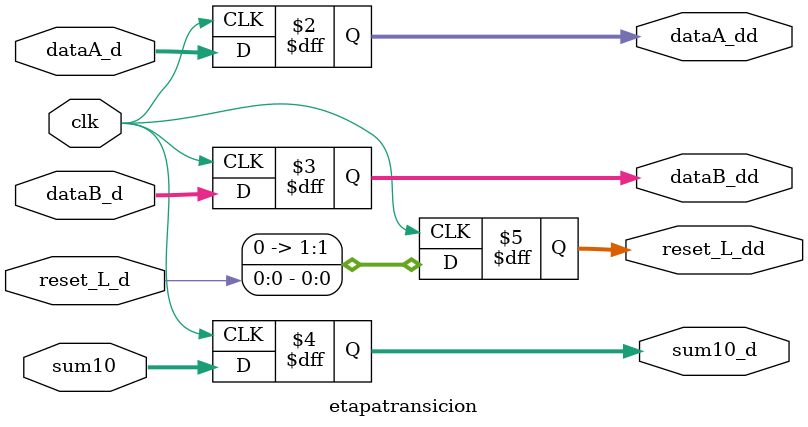
<source format=v>
module etapatransicion(
        input [3:0] dataA_d,
        input [3:0] dataB_d,
        input [1:0] sum10,
        input clk,
        input reset_L_d,
        output reg [3:0] dataA_dd,
        output reg [3:0] dataB_dd,
        output reg [1:0] sum10_d,
        output reg [1:0] reset_L_dd
    );
    always @(posedge clk)begin
        dataA_dd <= dataA_d;
        dataB_dd <= dataB_d;
        sum10_d <= sum10;
        reset_L_dd <= reset_L_d;

    end
endmodule
</source>
